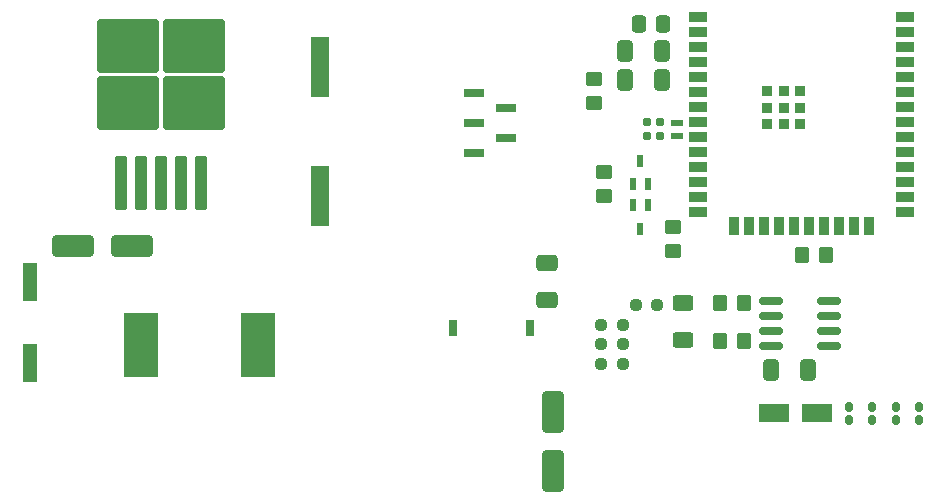
<source format=gtp>
G04 #@! TF.GenerationSoftware,KiCad,Pcbnew,9.0.3*
G04 #@! TF.CreationDate,2025-11-06T12:11:40+01:00*
G04 #@! TF.ProjectId,modbus-to-x,6d6f6462-7573-42d7-946f-2d782e6b6963,rev?*
G04 #@! TF.SameCoordinates,Original*
G04 #@! TF.FileFunction,Paste,Top*
G04 #@! TF.FilePolarity,Positive*
%FSLAX46Y46*%
G04 Gerber Fmt 4.6, Leading zero omitted, Abs format (unit mm)*
G04 Created by KiCad (PCBNEW 9.0.3) date 2025-11-06 12:11:40*
%MOMM*%
%LPD*%
G01*
G04 APERTURE LIST*
G04 Aperture macros list*
%AMRoundRect*
0 Rectangle with rounded corners*
0 $1 Rounding radius*
0 $2 $3 $4 $5 $6 $7 $8 $9 X,Y pos of 4 corners*
0 Add a 4 corners polygon primitive as box body*
4,1,4,$2,$3,$4,$5,$6,$7,$8,$9,$2,$3,0*
0 Add four circle primitives for the rounded corners*
1,1,$1+$1,$2,$3*
1,1,$1+$1,$4,$5*
1,1,$1+$1,$6,$7*
1,1,$1+$1,$8,$9*
0 Add four rect primitives between the rounded corners*
20,1,$1+$1,$2,$3,$4,$5,0*
20,1,$1+$1,$4,$5,$6,$7,0*
20,1,$1+$1,$6,$7,$8,$9,0*
20,1,$1+$1,$8,$9,$2,$3,0*%
G04 Aperture macros list end*
%ADD10RoundRect,0.250000X0.412500X0.650000X-0.412500X0.650000X-0.412500X-0.650000X0.412500X-0.650000X0*%
%ADD11RoundRect,0.250000X-0.450000X0.350000X-0.450000X-0.350000X0.450000X-0.350000X0.450000X0.350000X0*%
%ADD12RoundRect,0.250000X0.450000X-0.350000X0.450000X0.350000X-0.450000X0.350000X-0.450000X-0.350000X0*%
%ADD13R,1.700000X0.740000*%
%ADD14RoundRect,0.237500X-0.250000X-0.237500X0.250000X-0.237500X0.250000X0.237500X-0.250000X0.237500X0*%
%ADD15RoundRect,0.250000X2.375000X-2.025000X2.375000X2.025000X-2.375000X2.025000X-2.375000X-2.025000X0*%
%ADD16RoundRect,0.250000X0.300000X-2.050000X0.300000X2.050000X-0.300000X2.050000X-0.300000X-2.050000X0*%
%ADD17R,1.000000X0.500000*%
%ADD18RoundRect,0.250000X-1.050000X-0.550000X1.050000X-0.550000X1.050000X0.550000X-1.050000X0.550000X0*%
%ADD19RoundRect,0.155000X-0.212500X-0.155000X0.212500X-0.155000X0.212500X0.155000X-0.212500X0.155000X0*%
%ADD20RoundRect,0.250000X0.650000X-0.412500X0.650000X0.412500X-0.650000X0.412500X-0.650000X-0.412500X0*%
%ADD21R,0.500000X1.000000*%
%ADD22RoundRect,0.160000X0.160000X-0.222500X0.160000X0.222500X-0.160000X0.222500X-0.160000X-0.222500X0*%
%ADD23RoundRect,0.250000X-0.350000X-0.450000X0.350000X-0.450000X0.350000X0.450000X-0.350000X0.450000X0*%
%ADD24R,1.219200X3.302000*%
%ADD25RoundRect,0.250000X-0.337500X-0.475000X0.337500X-0.475000X0.337500X0.475000X-0.337500X0.475000X0*%
%ADD26RoundRect,0.250000X-0.650000X1.500000X-0.650000X-1.500000X0.650000X-1.500000X0.650000X1.500000X0*%
%ADD27RoundRect,0.250000X-0.625000X0.400000X-0.625000X-0.400000X0.625000X-0.400000X0.625000X0.400000X0*%
%ADD28RoundRect,0.250000X-0.412500X-0.650000X0.412500X-0.650000X0.412500X0.650000X-0.412500X0.650000X0*%
%ADD29RoundRect,0.150000X0.825000X0.150000X-0.825000X0.150000X-0.825000X-0.150000X0.825000X-0.150000X0*%
%ADD30R,2.900000X5.400000*%
%ADD31RoundRect,0.250000X1.500000X0.650000X-1.500000X0.650000X-1.500000X-0.650000X1.500000X-0.650000X0*%
%ADD32R,1.600200X5.105400*%
%ADD33R,0.660400X1.346200*%
%ADD34R,1.500000X0.900000*%
%ADD35R,0.900000X1.500000*%
%ADD36R,0.900000X0.900000*%
G04 APERTURE END LIST*
D10*
X102637500Y-94800000D03*
X105762500Y-94800000D03*
D11*
X100000000Y-96700000D03*
X100000000Y-94700000D03*
D12*
X100800000Y-102600000D03*
X100800000Y-104600000D03*
D13*
X89850000Y-95860000D03*
X92550000Y-97130000D03*
X89850000Y-98400000D03*
X92550000Y-99670000D03*
X89850000Y-100940000D03*
D14*
X100603500Y-117136300D03*
X102428500Y-117136300D03*
D15*
X60525000Y-96750000D03*
X66075000Y-96750000D03*
X60525000Y-91900000D03*
X66075000Y-91900000D03*
D16*
X59900000Y-103475000D03*
X61600000Y-103475000D03*
X63300000Y-103475000D03*
X65000000Y-103475000D03*
X66700000Y-103475000D03*
D17*
X107000000Y-99470349D03*
X107000000Y-98370349D03*
D18*
X115220555Y-122968067D03*
X118820555Y-122968067D03*
D19*
X104432500Y-99500000D03*
X105567500Y-99500000D03*
X104432500Y-98350000D03*
X105567500Y-98350000D03*
D20*
X96000000Y-113362500D03*
X96000000Y-110237500D03*
D21*
X104551000Y-105359200D03*
X103251000Y-105359200D03*
X103901000Y-107359200D03*
D22*
X125505650Y-123570500D03*
X125505650Y-122425500D03*
D14*
X103499100Y-113847000D03*
X105324100Y-113847000D03*
D22*
X121525650Y-123570500D03*
X121525650Y-122425500D03*
X127495650Y-123570500D03*
X127495650Y-122425500D03*
D14*
X100603500Y-118774600D03*
X102428500Y-118774600D03*
D23*
X110642400Y-113690400D03*
X112642400Y-113690400D03*
D24*
X52200000Y-118754400D03*
X52200000Y-111845600D03*
D14*
X100603500Y-115498000D03*
X102428500Y-115498000D03*
D11*
X106629200Y-107229400D03*
X106629200Y-109229400D03*
D25*
X103762500Y-90000000D03*
X105837500Y-90000000D03*
D23*
X117592600Y-109601000D03*
X119592600Y-109601000D03*
D26*
X96500000Y-122900000D03*
X96500000Y-127900000D03*
D27*
X107527600Y-113664400D03*
X107527600Y-116764400D03*
D28*
X114956700Y-119329200D03*
X118081700Y-119329200D03*
D29*
X119877200Y-117285700D03*
X119877200Y-116015700D03*
X119877200Y-114745700D03*
X119877200Y-113475700D03*
X114927200Y-113475700D03*
X114927200Y-114745700D03*
X114927200Y-116015700D03*
X114927200Y-117285700D03*
D30*
X71550000Y-117200000D03*
X61650000Y-117200000D03*
D23*
X110642400Y-116890800D03*
X112642400Y-116890800D03*
D22*
X123515650Y-123570500D03*
X123515650Y-122425500D03*
D31*
X60900000Y-108800000D03*
X55900000Y-108800000D03*
D28*
X102637500Y-92300000D03*
X105762500Y-92300000D03*
D32*
X76800000Y-104561000D03*
X76800000Y-93639000D03*
D33*
X88000000Y-115800000D03*
X94553200Y-115800000D03*
D21*
X103251000Y-103600000D03*
X104551000Y-103600000D03*
X103901000Y-101600000D03*
D34*
X108781800Y-89405400D03*
X108781800Y-90675400D03*
X108781800Y-91945400D03*
X108781800Y-93215400D03*
X108781800Y-94485400D03*
X108781800Y-95755400D03*
X108781800Y-97025400D03*
X108781800Y-98295400D03*
X108781800Y-99565400D03*
X108781800Y-100835400D03*
X108781800Y-102105400D03*
X108781800Y-103375400D03*
X108781800Y-104645400D03*
X108781800Y-105915400D03*
D35*
X111821800Y-107165400D03*
X113091800Y-107165400D03*
X114361800Y-107165400D03*
X115631800Y-107165400D03*
X116901800Y-107165400D03*
X118171800Y-107165400D03*
X119441800Y-107165400D03*
X120711800Y-107165400D03*
X121981800Y-107165400D03*
X123251800Y-107165400D03*
D34*
X126281800Y-105915400D03*
X126281800Y-104645400D03*
X126281800Y-103375400D03*
X126281800Y-102105400D03*
X126281800Y-100835400D03*
X126281800Y-99565400D03*
X126281800Y-98295400D03*
X126281800Y-97025400D03*
X126281800Y-95755400D03*
X126281800Y-94485400D03*
X126281800Y-93215400D03*
X126281800Y-91945400D03*
X126281800Y-90675400D03*
X126281800Y-89405400D03*
D36*
X114631800Y-95725400D03*
X114631800Y-97125400D03*
X114631800Y-98525400D03*
X116031800Y-95725400D03*
X116031800Y-97125400D03*
X116031800Y-98525400D03*
X117431800Y-95725400D03*
X117431800Y-97125400D03*
X117431800Y-98525400D03*
M02*

</source>
